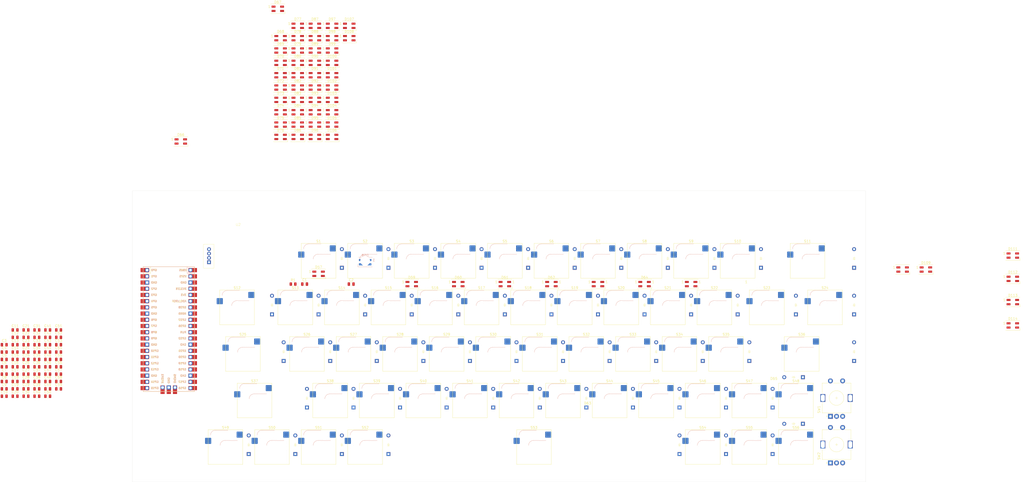
<source format=kicad_pcb>
(kicad_pcb (version 20240108) (generator "pcbnew") (generator_version "8.0")
  (layers (0 "F.Cu" signal) (31 "B.Cu" signal) (34 "B.Paste" user) (35 "F.Paste" user) (36 "B.SilkS" user "B.Silkscreen") (37 "F.SilkS" user "F.Silkscreen") (38 "B.Mask" user) (39 "F.Mask" user) (44 "Edge.Cuts" user))
  (net 0 "")
  (net 1 "Row 0")
  (net 2 "Net-(D1-A)")
  (net 3 "Net-(D2-A)")
  (net 4 "Net-(D3-A)")
  (net 5 "Net-(D4-A)")
  (net 6 "Net-(D5-A)")
  (net 7 "Net-(D6-A)")
  (net 8 "Net-(D7-A)")
  (net 9 "Net-(D8-A)")
  (net 10 "Net-(D9-A)")
  (net 11 "Net-(D10-A)")
  (net 12 "Net-(D11-A)")
  (net 13 "Row 1")
  (net 14 "Net-(D12-A)")
  (net 15 "Net-(D13-A)")
  (net 16 "Net-(D14-A)")
  (net 17 "Net-(D15-A)")
  (net 18 "Net-(D16-A)")
  (net 19 "Net-(D17-A)")
  (net 20 "Net-(D18-A)")
  (net 21 "Net-(D19-A)")
  (net 22 "Net-(D20-A)")
  (net 23 "Net-(D21-A)")
  (net 24 "Net-(D22-A)")
  (net 25 "Net-(D23-A)")
  (net 26 "Net-(D24-A)")
  (net 27 "Net-(D25-A)")
  (net 28 "Row 2")
  (net 29 "Net-(D26-A)")
  (net 30 "Net-(D27-A)")
  (net 31 "Net-(D28-A)")
  (net 32 "Net-(D29-A)")
  (net 33 "Net-(D30-A)")
  (net 34 "Net-(D31-A)")
  (net 35 "Net-(D32-A)")
  (net 36 "Net-(D33-A)")
  (net 37 "Net-(D34-A)")
  (net 38 "Net-(D35-A)")
  (net 39 "Net-(D36-A)")
  (net 40 "Row 3")
  (net 41 "Net-(D37-A)")
  (net 42 "Net-(D38-A)")
  (net 43 "Net-(D39-A)")
  (net 44 "Net-(D40-A)")
  (net 45 "Net-(D41-A)")
  (net 46 "Net-(D42-A)")
  (net 47 "Net-(D43-A)")
  (net 48 "Net-(D44-A)")
  (net 49 "Net-(D45-A)")
  (net 50 "Net-(D46-A)")
  (net 51 "Net-(D47-A)")
  (net 52 "Net-(D48-A)")
  (net 53 "Row 4")
  (net 54 "Net-(D49-A)")
  (net 55 "Net-(D50-A)")
  (net 56 "Net-(D51-A)")
  (net 57 "Net-(D52-A)")
  (net 58 "Net-(D53-A)")
  (net 59 "Net-(D54-A)")
  (net 60 "Net-(D55-A)")
  (net 61 "Net-(D56-A)")
  (net 62 "GND")
  (net 63 "+5V")
  (net 64 "Net-(D57-DIN)")
  (net 65 "Net-(D57-DOUT)")
  (net 66 "Net-(D58-DOUT)")
  (net 67 "Net-(D59-DOUT)")
  (net 68 "Net-(D60-DOUT)")
  (net 69 "Net-(D61-DOUT)")
  (net 70 "Net-(D62-DOUT)")
  (net 71 "Net-(D63-DOUT)")
  (net 72 "Net-(D64-DOUT)")
  (net 73 "Net-(D65-DOUT)")
  (net 74 "Net-(D66-DOUT)")
  (net 75 "Net-(D67-DOUT)")
  (net 76 "Net-(D68-DOUT)")
  (net 77 "Net-(D69-DOUT)")
  (net 78 "Net-(D70-DOUT)")
  (net 79 "2nd")
  (net 80 "Net-(D72-DOUT)")
  (net 81 "Net-(D73-DOUT)")
  (net 82 "Net-(D74-DOUT)")
  (net 83 "Net-(D75-DOUT)")
  (net 84 "Net-(D76-DOUT)")
  (net 85 "Net-(D77-DOUT)")
  (net 86 "Net-(D78-DOUT)")
  (net 87 "Net-(D79-DOUT)")
  (net 88 "Net-(D80-DOUT)")
  (net 89 "Net-(D81-DOUT)")
  (net 90 "Net-(D82-DOUT)")
  (net 91 "Net-(D83-DOUT)")
  (net 92 "Net-(D84-DOUT)")
  (net 93 "Net-(D85-DOUT)")
  (net 94 "3rd")
  (net 95 "Net-(D87-DOUT)")
  (net 96 "Net-(D88-DOUT)")
  (net 97 "Net-(D89-DOUT)")
  (net 98 "Net-(D90-DOUT)")
  (net 99 "Net-(D91-DOUT)")
  (net 100 "Net-(D92-DOUT)")
  (net 101 "Net-(D93-DOUT)")
  (net 102 "Net-(D94-DOUT)")
  (net 103 "Net-(D95-DOUT)")
  (net 104 "Net-(D96-DOUT)")
  (net 105 "Net-(D97-DOUT)")
  (net 106 "Net-(D98-DOUT)")
  (net 107 "Net-(D100-DIN)")
  (net 108 "Net-(D100-DOUT)")
  (net 109 "4th")
  (net 110 "Net-(D102-DOUT)")
  (net 111 "Net-(D103-DOUT)")
  (net 112 "Net-(D104-DOUT)")
  (net 113 "Net-(D105-DOUT)")
  (net 114 "Net-(D106-DOUT)")
  (net 115 "Net-(D107-DOUT)")
  (net 116 "Net-(D108-DOUT)")
  (net 117 "Net-(D109-DOUT)")
  (net 118 "Net-(D110-DOUT)")
  (net 119 "Net-(D111-DOUT)")
  (net 121 "Col 1")
  (net 122 "1B")
  (net 123 "1A")
  (net 124 "Col 12")
  (net 125 "2B")
  (net 126 "2A")
  (net 127 "Col 8")
  (net 129 "Col 0")
  (net 130 "CLK")
  (net 135 "Col 11")
  (net 136 "Col 7")
  (net 137 "1st")
  (net 138 "DIO")
  (net 140 "Col 3")
  (net 142 "Col 6")
  (net 144 "Col 10")
  (net 145 "Col 2")
  (net 147 "Col 9")
  (net 148 "Col 4")
  (net 149 "+3V3")
  (net 150 "Col 5")
  (net 152 "Net-(D112-DOUT)")
  (net 153 "Net-(D113-DOUT)")
  (footprint "LED_SMD:LED_SK6812MINI_PLCC4_3.5x3.5mm_P1.75mm" (layer "F.Cu") (at 424.6525 122.005)
    (property "Reference" "D112")
    (property "Value" "SK6812MINI")
  )
  (footprint "ScottoKeebs_Components:Diode_DO-35" (layer "F.Cu") (at 188.2775 117.475 90)
    (property "Reference" "D3" (hide yes))
    (property "Value" "Diode" (hide yes))
  )
  (footprint "Capacitor_SMD:C_0805_2012Metric" (layer "F.Cu") (at 16.5025 160.985)
    (property "Reference" "C17")
    (property "Value" "C")
  )
  (footprint "Capacitor_SMD:C_0805_2012Metric" (layer "F.Cu") (at 34.3025 142.925)
    (property "Reference" "C51")
    (property "Value" "C")
  )
  (footprint "ScottoKeebs_Components:Diode_DO-35" (layer "F.Cu") (at 326.39 174.625 90)
    (property "Reference" "D47" (hide yes))
    (property "Value" "Diode" (hide yes))
  )
  (footprint "ScottoKeebs_Hotswap:Hotswap_MX_2.00u" (layer "F.Cu") (at 340.6775 114.6175)
    (property "Reference" "S11")
    (property "Value" "Keyswitch")
  )
  (footprint "LED_SMD:LED_SK6812MINI_PLCC4_3.5x3.5mm_P1.75mm" (layer "F.Cu") (at 146.17 18.4925)
    (property "Reference" "D97")
    (property "Value" "SK6812MINI")
  )
  (footprint "Capacitor_SMD:C_0805_2012Metric" (layer "F.Cu") (at 12.0525 151.955)
    (property "Reference" "C4")
    (property "Value" "C")
  )
  (footprint "LED_SMD:LED_SK6812MINI_PLCC4_3.5x3.5mm_P1.75mm" (layer "F.Cu") (at 293.0525 124.1425)
    (property "Reference" "D65")
    (property "Value" "SK6812MINI")
  )
  (footprint "LED_SMD:LED_SK6812MINI_PLCC4_3.5x3.5mm_P1.75mm" (layer "F.Cu") (at 146.17 63.9425)
    (property "Reference" "D106")
    (property "Value" "SK6812MINI")
  )
  (footprint "Capacitor_SMD:C_0805_2012Metric" (layer "F.Cu") (at 25.4025 145.935)
    (property "Reference" "C32")
    (property "Value" "C")
  )
  (footprint "LED_SMD:LED_SK6812MINI_PLCC4_3.5x3.5mm_P1.75mm" (layer "F.Cu") (at 424.6525 141.055)
    (property "Reference" "D114")
    (property "Value" "SK6812MINI")
  )
  (footprint "ScottoKeebs_Components:Diode_DO-35" (layer "F.Cu") (at 140.6525 136.525 90)
    (property "Reference" "D13" (hide yes))
    (property "Value" "Diode" (hide yes))
  )
  (footprint "Capacitor_SMD:C_0805_2012Metric" (layer "F.Cu") (at 20.9525 154.965)
    (property "Reference" "C25")
    (property "Value" "C")
  )
  (footprint "Capacitor_SMD:C_0805_2012Metric" (layer "F.Cu") (at 29.8525 170.015)
    (property "Reference" "C50")
    (property "Value" "C")
  )
  (footprint "Capacitor_SMD:C_0805_2012Metric" (layer "F.Cu") (at 25.4025 157.975)
    (property "Reference" "C36")
    (property "Value" "C")
  )
  (footprint "ScottoKeebs_Components:Diode_DO-35" (layer "F.Cu") (at 159.7025 136.525 90)
    (property "Reference" "D14" (hide yes))
    (property "Value" "Diode" (hide yes))
  )
  (footprint "ScottoKeebs_Components:Diode_DO-35" (layer "F.Cu") (at 312.1025 136.525 90)
    (property "Reference" "D22" (hide yes))
    (property "Value" "Diode" (hide yes))
  )
  (footprint "ScottoKeebs_Components:Diode_DO-35" (layer "F.Cu") (at 269.24 174.625 90)
    (property "Reference" "D44" (hide yes))
    (property "Value" "Diode" (hide yes))
  )
  (footprint "ScottoKeebs_Hotswap:Hotswap_MX_1.00u" (layer "F.Cu") (at 240.665 171.7675)
    (property "Reference" "S43")
    (property "Value" "Keyswitch")
  )
  (footprint "Capacitor_SMD:C_0805_2012Metric" (layer "F.Cu") (at 34.3025 157.975)
    (property "Reference" "C56")
    (property "Value" "C")
  )
  (footprint "ScottoKeebs_Components:Diode_DO-35" (layer "F.Cu") (at 126.365 155.575 90)
    (property "Reference" "D25" (hide yes))
    (property "Value" "Diode" (hide yes))
  )
  (footprint "ScottoKeebs_Components:Diode_DO-35" (layer "F.Cu") (at 173.99 174.625 90)
    (property "Reference" "D39" (hide yes))
    (property "Value" "Diode" (hide yes))
  )
  (footprint "LED_SMD:LED_SK6812MINI_PLCC4_3.5x3.5mm_P1.75mm" (layer "F.Cu") (at 153.19 23.5425)
    (property "Reference" "D108")
    (property "Value" "SK6812MINI")
  )
  (footprint "TM137:TM1637 Display Module" (layer "F.Cu") (at 107.7735 111.6965)
    (property "Reference" "U2")
    (property "Value" "TM1637_Module")
  )
  (footprint "ScottoKeebs_Components:Diode_DO-35" (layer "F.Cu") (at 307.34 174.625 90)
    (property "Reference" "D46" (hide yes))
    (property "Value" "Diode" (hide yes))
  )
  (footprint "Capacitor_SMD:C_0805_2012Metric" (layer "F.Cu") (at 25.4025 163.995)
    (property "Reference" "C38")
    (property "Value" "C")
  )
  (footprint "Capacitor_SMD:C_0805_2012Metric" (layer "F.Cu") (at 25.4025 154.965)
    (property "Reference" "C35")
    (property "Value" "C")
  )
  (footprint "ScottoKeebs_Hotswap:Hotswap_MX_1.25u" (layer "F.Cu") (at 324.00875 133.6675)
    (property "Reference" "S23")
    (property "Value" "Keyswitch")
  )
  (footprint "LED_SMD:LED_SK6812MINI_PLCC4_3.5x3.5mm_P1.75mm" (layer "F.Cu") (at 132.13 28.5925)
    (property "Reference" "D79")
    (property "Value" "SK6812MINI")
  )
  (footprint "LED_SMD:LED_SK6812MINI_PLCC4_3.5x3.5mm_P1.75mm" (layer "F.Cu") (at 132.13 23.5425)
    (property "Reference" "D78")
    (property "Value" "SK6812MINI")
  )
  (footprint "Capacitor_SMD:C_0805_2012Metric" (layer "F.Cu") (at 34.3025 148.945)
    (property "Reference" "C53")
    (property "Value" "C")
  )
  (footprint "Capacitor_SMD:C_0805_2012Metric" (layer "F.Cu") (at 16.5025 142.925)
    (property "Reference" "C11")
    (property "Value" "C")
  )
  (footprint "Capacitor_SMD:C_0805_2012Metric" (layer "F.Cu") (at 134.94 124.1425)
    (property "Reference" "C1")
    (property "Value" "C")
  )
  (footprint "ScottoKeebs_Hotswap:Hotswap_MX_1.00u" (layer "F.Cu") (at 197.8025 114.6175)
    (property "Reference" "S4")
    (property "Value" "Keyswitch")
  )
  (footprint "Rotary_Encoder:RotaryEncoder_Alps_EC11E-Switch_Vertical_H20mm" (layer "F.Cu") (at 350.04 178.2425 90)
    (property "Reference" "SW1")
    (property "Value" "RotaryEncoder_Switch")
  )
  (footprint "ScottoKeebs_Hotswap:Hotswap_MX_1.75u" (layer "F.Cu") (at 109.69625 152.7175)
    (property "Reference" "S25")
    (property "Value" "Keyswitch")
  )
  (footprint "ScottoKeebs_Hotswap:Hotswap_MX_1.00u" (layer "F.Cu") (at 193.04 152.7175)
    (property "Reference" "S29")
    (property "Value" "Keyswitch")
  )
  (footprint "LED_SMD:LED_SK6812MINI_PLCC4_3.5x3.5mm_P1.75mm" (layer "F.Cu") (at 132.13 43.7425)
    (property "Reference" "D82")
    (property "Value" "SK6812MINI")
  )
  (footprint "Capacitor_SMD:C_0805_2012Metric" (layer "F.Cu") (at 16.5025 157.975)
    (property "Reference" "C16")
    (property "Value" "C")
  )
  (footprint "LED_SMD:LED_SK6812MINI_PLCC4_3.5x3.5mm_P1.75mm" (layer "F.Cu") (at 146.17 38.6925)
    (property "Reference" "D101")
    (property "Value" "SK6812MINI")
  )
  (footprint "ScottoKeebs_Hotswap:Hotswap_MX_1.00u" (layer "F.Cu") (at 245.4275 133.6675)
    (property "Reference" "S19")
    (property "Value" "Keyswitch")
  )
  (footprint "LED_SMD:LED_SK6812MINI_PLCC4_3.5x3.5mm_P1.75mm" (layer "F.Cu") (at 125.11 53.8425)
    (property "Reference" "D74")
    (property "Value" "SK6812MINI")
  )
  (footprint "ScottoKeebs_Hotswap:Hotswap_MX_1.00u" (layer "F.Cu") (at 302.5775 133.6675)
    (property "Reference" "S22")
    (property "Value" "Keyswitch")
  )
  (footprint "Resistor_SMD:R_0805_2012Metric" (layer "F.Cu") (at 130.215 124.1425)
    (property "Reference" "R1")
    (property "Value" "Resistor")
  )
  (footprint "ScottoKeebs_Hotswap:Hotswap_MX_1.00u" (layer "F.Cu") (at 307.34 152.7175)
    (property "Reference" "S35")
    (property "Value" "Keyswitch")
  )
  (footprint "LED_SMD:LED_SK6812MINI_PLCC4_3.5x3.5mm_P1.75mm" (layer "F.Cu") (at 146.17 58.8925)
    (property "Reference" "D105")
    (property "Value" "SK6812MINI")
  )
  (footprint "LED_SMD:LED_SK6812MINI_PLCC4_3.5x3.5mm_P1.75mm" (layer "F.Cu") (at 379.5675 118.1875)
    (property "Reference" "D110" (hide yes))
    (property "Value" "SK6812MINI")
  )
  (footprint "Capacitor_SMD:C_0805_2012Metric" (layer "F.Cu") (at 12.0525 163.995)
    (property "Reference" "C8")
    (property "Value" "C")
  )
  (footprint "ScottoKeebs_Hotswap:Hotswap_MX_1.00u" (layer "F.Cu") (at 250.19 152.7175)
    (property "Reference" "S32")
    (property "Value" "Keyswitch")
  )
  (footprint "LED_SMD:LED_SK6812MINI_PLCC4_3.5x3.5mm_P1.75mm" (layer "F.Cu") (at 216.8525 124.1425)
    (property "Reference" "D61")
    (property "Value" "SK6812MINI")
  )
  (footprint "LED_SMD:LED_SK6812MINI_PLCC4_3.5x3.5mm_P1.75mm" (layer "F.Cu") (at 140.6525 119.9375)
    (property "Reference" "D57")
    (property "Value" "SK6812MINI")
  )
  (footprint "ScottoKeebs_Components:Diode_DO-35" (layer "F.Cu") (at 145.415 155.575 90)
    (property "Reference" "D26" (hide yes))
    (property "Value" "Diode" (hide yes))
  )
  (footprint "ScottoKeebs_Components:Diode_DO-35" (layer "F.Cu") (at 150.1775 117.475 90)
    (property "Reference" "D1" (hide yes))
    (property "Value" "Diode" (hide yes))
  )
  (footprint "ScottoKeebs_Hotswap:Hotswap_MX_1.00u" (layer "F.Cu") (at 316.865 171.7675)
    (property "Reference" "S47")
    (property "Value" "Keyswitch")
  )
  (footprint "Capacitor_SMD:C_0805_2012Metric" (layer "F.Cu") (at 153.99 124.1425)
    (property "Reference" "C2")
    (property "Value" "C")
  )
  (footprint "ScottoKeebs_Components:Diode_DO-35" (layer "F.Cu") (at 154.94 174.625 90)
    (property "Reference" "D38" (hide yes))
    (property "Value" "Diode" (hide yes))
  )
  (footprint "LED_SMD:LED_SK6812MINI_PLCC4_3.5x3.5mm_P1.75mm" (layer "F.Cu") (at 125.11 28.5925)
    (property "Reference" "D69")
    (property "Value" "SK6812MINI")
  )
  (footprint "LED_SMD:LED_SK6812MINI_PLCC4_3.5x3.5mm_P1.75mm" (layer "F.Cu") (at 125.11 43.7425)
    (property "Reference" "D72")
    (property "Value" "SK6812MINI")
  )
  (footprint "ScottoKeebs_Components:Diode_DO-35" (layer "F.Cu") (at 202.565 155.575 90)
    (property "Reference" "D29" (hide yes))
    (property "Value" "Diode" (hide yes))
  )
  (footprint "LED_SMD:LED_SK6812MINI_PLCC4_3.5x3.5mm_P1.75mm" (layer "F.Cu") (at 125.11 58.8925)
    (property "Reference" "D75")
    (property "Value" "SK6812MINI")
  )
  (footprint "ScottoKeebs_Components:Diode_DO-35" (layer "F.Cu") (at 164.465 155.575 90)
    (property "Reference" "D27" (hide yes))
    (property "Value" "Diode" (hide yes))
  )
  (footprint "ScottoKeebs_Hotswap:Hotswap_MX_1.00u" (layer "F.Cu") (at 145.415 171.7675)
    (property "Reference" "S38")
    (property "Value" "Keyswitch")
  )
  (footprint "ScottoKeebs_Hotswap:Hotswap_MX_1.00u" (layer "F.Cu") (at 216.8525 114.6175)
    (property "Reference" "S5")
    (property "Value" "Keyswitch")
  )
  (footprint "ScottoKeebs_Components:Diode_DO-35" (layer "F.Cu") (at 216.8525 136.525 90)
    (property "Reference" "D17" (hide yes))
    (property "Value" "Diode" (hide yes))
  )
  (footprint "Capacitor_SMD:C_0805_2012Metric" (layer "F.Cu") (at 12.0525 148.945)
    (property "Reference" "C3")
    (property "Value" "C")
  )
  (footprint "Capacitor_SMD:C_0805_2012Metric" (layer "F.Cu") (at 29.8525 145.935)
    (property "Reference" "C42")
    (property "Value" "C")
  )
  (footprint "LED_SMD:LED_SK6812MINI_PLCC4_3.5x3.5mm_P1.75mm" (layer "F.Cu") (at 125.11 48.7925)
    (property "Reference" "D73")
    (property "Value" "SK6812MINI")
  )
  (footprint "ScottoKeebs_Components:Diode_DO-35" (layer "F.Cu") (at 245.4275 117.475 90)
    (property "Reference" "D6" (hide yes))
    (property "Value" "Diode" (hide yes))
  )
  (footprint "ScottoKeebs_Hotswap:Hotswap_MX_1.00u" (layer "F.Cu") (at 288.29 152.7175)
    (property "Reference" "S34")
    (property "Value" "Keyswitch")
  )
  (footprint "ScottoKeebs_Components:Diode_DO-35" (layer "F.Cu") (at 335.915 136.525 90)
    (property "Reference" "D23" (hide yes))
    (property "Value" "Diode" (hide yes))
  )
  (footprint "Capacitor_SMD:C_0805_2012Metric" (layer "F.Cu") (at 25.4025 160.985)
    (property "Reference" "C37")
    (property "Value" "C")
  )
  (footprint "LED_SMD:LED_SK6812MINI_PLCC4_3.5x3.5mm_P1.75mm" (layer "F.Cu") (at 178.7525 124.1425)
    (property "Reference" "D59")
    (property "Value" "SK6812MINI")
  )
  (footprint "LED_SMD:LED_SK6812MINI_PLCC4_3.5x3.5mm_P1.75mm" (layer "F.Cu") (at 153.19 18.4925)
    (property "Reference" "D107")
    (property "Value" "SK6812MINI")
  )
  (footprint "ScottoKeebs_Components:Diode_DO-35" (layer "F.Cu") (at 121.6025 136.525 90)
    (property "Reference" "D12" (hide yes))
    (property "Value" "Diode" (hide yes))
  )
  (footprint "LED_SMD:LED_SK6812MINI_PLCC4_3.5x3.5mm_P1.75mm" (layer "F.Cu") (at 139.15 28.5925)
    (property "Reference" "D89")
    (property "Value" "SK6812MINI")
  )
  (footprint "ScottoKeebs_Components:Diode_DO-35" (layer "F.Cu") (at 178.7525 136.525 90)
    (property "Reference" "D15" (hide yes))
    (property "Value" "Diode" (hide yes))
  )
  (footprint "ScottoKeebs_Hotswap:Hotswap_MX_1.00u" (layer "F.Cu") (at 312.1025 114.6175)
    (property "Reference" "S10")
    (property "Value" "Keyswitch")
  )
  (footprint "Capacitor_SMD:C_0805_2012Metric" (layer "F.Cu") (at 20.9525 167.005)
    (property "Reference" "C29")
    (property "Value" "C")
  )
  (footprint "ScottoKeebs_Hotswap:Hotswap_MX_1.00u" (layer "F.Cu") (at 274.0025 114.6175)
    (property "Reference" "S8")
    (property "Value" "Keyswitch")
  )
  (footprint "ScottoKeebs_Hotswap:Hotswap_MX_1.00u" (layer "F.Cu") (at 212.09 152.7175)
    (property "Reference" "S30")
    (property "Value" "Keyswitch")
  )
  (footprint "LED_SMD:LED_SK6812MINI_PLCC4_3.5x3.5mm_P1.75mm" (layer "F.Cu") (at 132.13 38.6925)
    (property "Reference" "D81")
    (property "Value" "SK6812MINI")
  )
  (footprint "ScottoKeebs_Hotswap:Hotswap_MX_1.00u" (layer "F.Cu") (at 293.0525 114.6175)
    (property "Reference" "S9")
    (property "Value" "Keyswitch")
  )
  (footprint "LED_SMD:LED_SK6812MINI_PLCC4_3.5x3.5mm_P1.75mm" (layer "F.Cu") (at 139.15 23.5425)
    (property "Reference" "D88")
    (property "Value" "SK6812MINI")
  )
  (footprint "ScottoKeebs_Components:Diode_DO-35" (layer "F.Cu") (at 169.2275 117.475 90)
    (property "Reference" "D2" (hide yes))
    (property "Value" "Diode" (hide yes))
  )
  (footprint "ScottoKeebs_Hotswap:Hotswap_MX_1.00u" (layer "F.Cu") (at 335.915 190.8175)
    (property "Reference" "S56")
    (property "Value" "Keyswitch")
  )
  (footprint "ScottoKeebs_Hotswap:Hotswap_MX_1.00u" (layer "F.Cu") (at 121.6025 190.8175)
    (property "Reference" "S50")
    (property "Value" "Keyswitch")
  )
  (footprint "ScottoKeebs_Components:Diode_DO-35" (layer "F.Cu") (at 259.715 155.575 90)
    (property "Reference" "D32" (hide yes))
    (property "Value" "Diode" (hide yes))
  )
  (footprint "ScottoKeebs_Hotswap:Hotswap_MX_1.00u" (layer "F.Cu") (at 140.6525 190.8175)
    (property "Reference" "S51")
    (property "Value" "Keyswitch")
  )
  (footprint "LED_SMD:LED_SK6812MINI_PLCC4_3.5x3.5mm_P1.75mm" (layer "F.Cu") (at 235.9025 124.1425)
    (property "Reference" "D62")
    (property "Value" "SK6812MINI")
  )
  (footprint "LED_SMD:LED_SK6812MINI_PLCC4_3.5x3.5mm_P1.75mm" (layer "F.Cu") (at 146.17 23.5425)
    (property "Reference" "D98")
    (property "Value" "SK6812MINI")
  )
  (footprint "LED_SMD:LED_SK6812MINI_PLCC4_3.5x3.5mm_P1.75mm" (layer "F.Cu") (at 125.11 63.9425)
    (property "Reference" "D76")
    (property "Value" "SK6812MINI")
  )
  (footprint "ScottoKeebs_Hotswap:Hotswap_MX_1.00u" (layer "F.Cu") (at 207.3275 133.6675)
    (property "Reference" "S17")
    (property "Value" "Keyswitch")
  )
  (footprint "ScottoKeebs_Components:Diode_DO-35" (layer "F.Cu") (at 297.815 155.575 90)
    (property "Reference" "D34" (hide yes))
    (property "Value" "Diode" (hide yes))
  )
  (footprint "ScottoKeebs_Hotswap:Hotswap_MX_1.00u" (layer "F.Cu") (at 164.465 171.7675)
    (property "Reference" "S39")
    (property "Value" "Keyswitch")
  )
  (footprint "ScottoKeebs_Components:Diode_DO-35" (layer "F.Cu") (at 288.29 193.675 90)
    (property "Reference" "D53" (hide yes))
    (property "Value" "Diode" (hide yes))
  )
  (footprint "ScottoKeebs_Components:Diode_DO-35" (layer "F.Cu") (at 338.7725 181.2925 180)
    (property "Reference" "D56" (hide yes))
    (property "Value" "Diode" (hide yes))
  )
  (footprint "LED_SMD:LED_SK6812MINI_PLCC4_3.5x3.5mm_P1.75mm" (layer "F.Cu") (at 139.15 33.6425)
    (property "Reference" "D90")
    (property "Value" "SK6812MINI")
  )
  (footprint "Capacitor_SMD:C_0805_2012Metric" (layer "F.Cu") (at 20.9525 145.935)
    (property "Reference" "C22")
    (property "Value" "C")
  )
  (footprint "Capacitor_SMD:C_0805_2012Metric" (layer "F.Cu") (at 25.4025 151.955)
    (property "Reference" "C34")
    (property "Value" "C")
  )
  (footprint "ScottoKeebs_Hotswap:Hotswap_MX_1.00u" (layer "F.Cu") (at 154.94 152.7175)
    (property "Reference" "S27")
    (property "Value" "Keyswitch")
  )
  (footprint "ScottoKeebs_Components:Diode_DO-35" (layer "F.Cu") (at 274.0025 136.525 90)
    (property "Reference" "D20" (hide yes))
    (property "Value" "Diode" (hide yes))
  )
  (footprint "Capacitor_SMD:C_0805_2012Metric" (layer "F.Cu") (at 29.8525 160.985)
    (property "Reference" "C47")
    (property "Value" "C")
  )
  (footprint "ScottoKeebs_Components:Diode_DO-35" (layer "F.Cu") (at 264.4775 117.475 90)
    (property "Reference" "D7" (hide yes))
    (property "Value" "Diode" (hide yes))
  )
  (footprint "ScottoKeebs_Hotswap:Hotswap_MX_6.25u" (layer "F.Cu") (at 228.75875 190.8175)
    (property "Reference" "S53")
    (property "Value" "Keyswitch")
  )
  (footprint "Capacitor_SMD:C_0805_2012Metric" (layer "F.Cu") (at 34.3025 160.985)
    (property "Reference" "C57")
    (property "Value" "C")
  )
  (footprint "ScottoKeebs_Components:Diode_DO-35" (layer "F.Cu") (at 150.1775 193.675 90)
    (property "Reference" "D51" (hide yes))
    (property "Value" "Diode" (hide yes))
  )
  (footprint "LED_SMD:LED_SK6812MINI_PLCC4_3.5x3.5mm_P1.75mm" (layer "F.Cu") (at 139.15 53.8425)
    (property "Reference" "D94")
    (property "Value" "SK6812MINI")
  )
  (footprint "LED_SMD:LED_SK6812MINI_PLCC4_3.5x3.5mm_P1.75mm" (layer "F.Cu") (at 424.6525 131.505)
    (property "Reference" "D113")
    (property "Value" "SK6812MINI")
  )
  (footprint "LED_SMD:LED_SK6812MINI_PLCC4_3.5x3.5mm_P1.75mm" (layer "F.Cu") (at 125.11 38.6925)
    (property "Reference" "D71")
    (property "Value" "SK6812MINI")
  )
  (footprint "ScottoKeebs_Components:Diode_DO-35" (layer "F.Cu") (at 169.2275 193.675 90)
    (property "Reference" "D52" (hide yes))
    (property "Value" "Diode" (hide yes))
  )
  (footprint "LED_SMD:LED_SK6812MINI_PLCC4_3.5x3.5mm_P1.75mm" (layer "F.Cu") (at 132.13 63.9425)
    (property "Reference" "D86")
    (property "Value" "SK6812MINI")
  )
  (footprint "ScottoKeebs_Components:Diode_DO-35" (layer "F.Cu") (at 131.1275 193.675 90)
    (property "Reference" "D50" (hide yes))
    (property "Value" "Diode" (hide yes))
  )
  (footprint "ScottoKeebs_Hotswap:Hotswap_MX_1.00u" (layer "F.Cu") (at 169.2275 133.6675)
    (property "Reference" "S15")
    (property "Value" "Keyswitch")
  )
  (footprint "Rotary_Encoder:RotaryEncoder_Alps_EC11E-Switch_Vertical_H20mm" (layer "F.Cu") (at 350.04 197.2925 90)
    (property "Reference" "SW2")
    (property "Value" "RotaryEncoder_Switch")
  )
  (footprint "Capacitor_SMD:C_0805_2012Metric" (layer "F.Cu") (at 34.3025 154.965)
    (property "Reference" "C55")
    (property "Value" "C")
  )
  (footprint "Capacitor_SMD:C_0805_2012Metric" (layer "F.Cu") (at 20.9525 148.945)
    (property "Reference" "C23")
    (property "Value" "C")
  )
  (footprint "ScottoKeebs_Components:Diode_DO-35" (layer "F.Cu") (at 221.615 155.575 90)
    (property "Reference" "D30" (hide yes))
    (property "Value" "Diode" (hide yes))
  )
  (footprint "ScottoKeebs_Components:Diode_DO-35" (layer "F.Cu") (at 307.34 193.675 90)
    (property "Reference" "D54" (hide yes))
    (property "Value" "Diode" (hide yes))
  )
  (footprint "ScottoKeebs_Hotswap:Hotswap_MX_1.00u" (layer "F.Cu") (at 221.615 171.7675)
    (property "Reference" "S42")
    (property "Value" "Keyswitch")
  )
  (footprint "Capacitor_SMD:C_0805_2012Metric" (layer "F.Cu") (at 16.5025 154.965)
    (property "Reference" "C15")
    (property "Value" "C")
  )
  (footprint "ScottoKeebs_Hotswap:Hotswap_MX_1.00u" (layer "F.Cu") (at 297.815 171.7675)
    (property "Reference" "S46")
    (property "Value" "Keyswitch")
  )
  (footprint "LED_SMD:LED_SK6812MINI_PLCC4_3.5x3.5mm_P1.75mm" (layer "F.Cu") (at 254.9525 124.1425)
    (property "Reference" "D63")
    (property "Value" "SK6812MINI")
  )
  (footprint "Capacitor_SMD:C_0805_2012Metric" (layer "F.Cu") (at 34.3025 163.995)
    (property "Reference" "C58")
    (property "Value" "C")
  )
  (footprint "LED_SMD:LED_SK6812MINI_PLCC4_3.5x3.5mm_P1.75mm" (layer "F.Cu") (at 132.13 18.4925)
    (property "Reference" "D77")
    (property "Value" "SK6812MINI")
  )
  (footprint "ScottoKeebs_Hotswap:Hotswap_MX_1.00u" (layer "F.Cu") (at 140.6525 114.6175)
    (property "Reference" "S1")
    (property "Value" "Keyswitch")
  )
  (footprint "LED_SMD:LED_SK6812MINI_PLCC4_3.5x3.5mm_P1.75mm" (layer "F.Cu") (at 146.17 43.7425)
    (property "Reference" "D102")
    (property "Value" "SK6812MINI")
  )
  (footprint "LED_SMD:LED_SK6812MINI_PLCC4_3.5x3.5mm_P1.75mm" (layer "F.Cu") (at 139.15 63.9425)
    (property "Reference" "D96")
    (property "Value" "SK6812MINI")
  )
  (footprint "Capacitor_SMD:C_0805_2012Metric" (layer "F.Cu") (at 29.8525 142.925)
    (property "Reference" "C41")
    (property "Value" "C")
  )
  (footprint "LED_SMD:LED_SK6812MINI_PLCC4_3.5x3.5mm_P1.75mm" (layer "F.Cu") (at 424.6525 112.48)
    (property "Reference" "D111")
    (property "Value" "SK6812MINI")
  )
  (footprint "ScottoKeebs_Components:Diode_DO-35" (layer "F.Cu") (at 321.6275 117.475 90)
    (property "Reference" "D10" (hide yes))
    (property "Value" "Diode" (hide yes))
  )
  (footprint "LED_SMD:LED_SK6812MINI_PLCC4_3.5x3.5mm_P1.75mm" (layer "F.Cu") (at 139.15 43.7425)
    (property "Reference" "D92")
    (property "Value" "SK6812MINI")
  )
  (footprint "Capacitor_SMD:C_0805_2012Metric" (layer "F.Cu") (at 34.3025 151.955)
    (property "Reference" "C54")
    (property "Value" "C")
  )
  (footprint "Capacitor_SMD:C_0805_2012Metric" (layer "F.Cu") (at 12.0525 170.015)
    (property "Reference" "C10")
    (property "Value" "C")
  )
  (footprint "Capacitor_SMD:C_0805_2012Metric" (layer "F.Cu") (at 12.0525 167.005)
    (property "Reference" "C9")
    (property "Value" "C")
  )
  (footprint "ScottoKeebs_Hotswap:Hotswap_MX_1.00u" (layer "F.Cu") (at 173.99 152.7175)
    (property "Reference" "S28")
    (property "Value" "Keyswitch")
  )
  (footprint "ScottoKeebs_Hotswap:Hotswap_MX_1.00u" (layer "F.Cu") (at 259.715 171.7675)
    (property "Reference" "S44")
    (property "Value" "Keyswitch")
  )
  (footprint "Capacitor_SMD:C_0805_2012Metric" (layer "F.Cu") (at 25.4025 148.945)
    (property "Reference" "C33")
    (property "Value" "C")
  )
  (footprint "Capacitor_SMD:C_0805_2012Metric" (layer "F.Cu") (at 16.5025 170.015)
    (property "Reference" "C20")
    (property "Value" "C")
  )
  (footprint "ScottoKeebs_Hotswap:Hotswap_MX_1.25u" (layer "F.Cu") (at 347.82125 133.6675)
    (property "Reference" "S24")
    (property "Value" "Keyswitch")
  )
  (footprint "ScottoKeebs_Components:Diode_DO-35" (layer "F.Cu") (at 302.5775 117.475 90)
    (property "Reference" "D9" (hide yes))
    (property "Value" "Diode" (hide yes))
  )
  (footprint "ScottoKeebs_Components:Diode_DO-35" (layer "F.Cu") (at 183.515 155.575 90)
    (property "Reference" "D28" (hide yes))
    (property "Value" "Diode" (hide yes))
  )
  (footprint "Capacitor_SMD:C_0805_2012Metric" (layer "F.Cu") (at 34.3025 145.935)
    (property "Reference" "C52")
    (property "Value" "C")
  )
  (footprint "ScottoKeebs_Components:Diode_DO-35" (layer "F.Cu") (at 359.7275 136.525 90)
    (property "Reference" "D24" (hide yes))
    (property "Value" "Diode" (hide yes))
  )
  (footprint "Capacitor_SMD:C_0805_2012Metric" (layer "F.Cu") (at 29.8525 167.005)
    (property "Reference" "C49")
    (property "Value" "C")
  )
  (footprint "Capacitor_SMD:C_0805_2012Metric" (layer "F.Cu") (at 20.9525 170.015)
    (property "Reference" "C30")
    (property "Value" "C")
  )
  (footprint "LED_SMD:LED_SK6812MINI_PLCC4_3.5x3.5mm_P1.75mm" (layer "F.Cu") (at 146.17 48.7925)
    (property "Reference" "D103")
    (property "Value" "SK6812MINI")
  )
  (footprint "ScottoKeebs_Hotswap:Hotswap_MX_1.00u" (layer "F.Cu") (at 188.2775 133.6675)
    (property "Reference" "S16")
    (property "Value" "Keyswitch")
  )
  (footprint "LED_SMD:LED_SK6812MINI_PLCC4_3.5x3.5mm_P1.75mm" (layer "F.Cu") (at 139.15 58.8925)
    (property "Reference" "D95")
    (property "Value" "SK6812MINI")
  )
  (footprint "Capacitor_SMD:C_0805_2012Metric" (layer "F.Cu") (at 20.9525 142.925)
    (property "Reference" "C21")
    (property "Value" "C")
  )
  (footprint "LED_SMD:LED_SK6812MINI_PLCC4_3.5x3.5mm_P1.75mm" (layer "F.Cu") (at 146.17 53.8425)
    (property "Reference" "D104")
    (property "Value" "SK6812MINI")
  )
  (footprint "LED_SMD:LED_SK6812MINI_PLCC4_3.5x3.5mm_P1.75mm" (layer "F.Cu") (at 125.11 33.6425)
    (property "Reference" "D70")
    (property "Value" "SK6812MINI")
  )
  (footprint "Capacitor_SMD:C_0805_2012Metric" (layer "F.Cu") (at 12.0525 154.965)
    (property "Reference" "C5")
    (property "Value" "C")
  )
  (footprint "ScottoKeebs_Components:Diode_DO-35" (layer "F.Cu") (at 359.7275 155.575 90)
    (property "Reference" "D36" (hide yes))
    (property "Value" "Diode" (hide yes))
  )
  (footprint "ScottoKeebs_Hotswap:Hotswap_MX_1.00u" (layer "F.Cu") (at 102.5525 190.8175)
    (property "Reference" "S49")
    (property "Value" "Keyswitch")
  )
  (footprint "ScottoKeebs_Hotswap:Hotswap_MX_1.00u" (layer "F.Cu") (at 231.14 152.7175)
    (property "Reference" "S31")
    (property "Value" "Keyswitch")
  )
  (footprint "ScottoKeebs_Hotswap:Hotswap_MX_1.00u" (layer "F.Cu") (at 254.9525 114.6175)
    (property "Reference" "S7")
    (property "Value" "Keyswitch")
  )
  (footprint "ScottoKeebs_Components:Diode_DO-35" (layer "F.Cu") (at 316.865 155.575 90)
    (property "Reference" "D35" (hide yes))
    (property "Value" "Diode" (hide yes))
  )
  (footprint "Capacitor_SMD:C_0805_2012Metric" (layer "F.Cu") (at 16.5025 145.935)
    (property "Reference" "C12")
    (property "Value" "C")
  )
  (footprint "ScottoKeebs_Hotswap:Hotswap_MX_1.00u" (layer "F.Cu") (at 316.865 190.8175)
    (property "Reference" "S55")
    (property "Value" "Keyswitch")
  )
  (footprint "LED_SMD:LED_SK6812MINI_PLCC4_3.5x3.5mm_P1.75mm" (layer "F.Cu") (at 123.9746 11.5275)
    (property "Reference" "D67")
    (property "Value" "SK6812MINI")
  )
  (footprint "ScottoKeebs_Components:Diode_DO-35" (layer "F.Cu") (at 288.29 174.625 90)
    (property "Reference" "D45" (hide yes))
    (property "Value" "Diode" (hide yes))
  )
  (footprint "Capacitor_SMD:C_0805_2012Metric" (layer "F.Cu") (at 29.8525 157.975)
    (property "Reference" "C46")
    (property "Value" "C")
  )
  (footprint "LED_SMD:LED_SK6812MINI_PLCC4_3.5x3.5mm_P1.75mm" (layer "F.Cu") (at 139.15 38.6925)
    (property "Reference" "D91")
    (property "Value" "SK6812MINI")
  )
  (footprint "ScottoKeebs_Hotswap:Hotswap_MX_1.00u" (layer "F.Cu") (at 159.7025 190.8175)
    (property "Reference" "S52")
    (property "Value" "Keyswitch")
  )
  (footprint "Capacitor_SMD:C_0805_2012Metric" (layer "F.Cu") (at 20.9525 160.985)
    (property "Reference" "C27")
    (property "Value" "C")
  )
  (footprint "Capacitor_SMD:C_0805_2012Metric" (layer "F.Cu") (at 12.0525 157.975)
    (property "Reference" "C6")
    (property "Value" "C")
  )
  (footprint "LED_SMD:LED_SK6812MINI_PLCC4_3.5x3.5mm_P1.75mm" (layer "F.Cu") (at 389.0925 118.1875)
    (property "Reference" "D109")
    (property "Value" "SK6812MINI")
  )
  (footprint "ScottoKeebs_Hotswap:Hotswap_MX_1.00u" (layer "F.Cu") (at 202.565 171.7675)
    (property "Reference" "S41")
    (property "Value" "Keyswitch")
  )
  (footprint "ScottoKeebs_Components:Diode_DO-35" (layer "F.Cu") (at 226.3775 117.475 90)
    (property "Reference" "D5" (hide yes))
    (property "Value" "Diode" (hide yes))
  )
  (footprint "ScottoKeebs_Components:Diode_DO-35" (layer "F.Cu") (at 359.7275 117.475 90)
    (property "Reference" "D11" (hide yes))
    (property "Value" "Diode" (hide yes))
  )
  (footprint "Capacitor_SMD:C_0805_2012Metric" (layer "F.Cu") (at 12.0525 160.985)
    (property "Reference" "C7")
    (property "Value" "C")
  )
  (footprint "ScottoKeebs_Components:Diode_DO-35" (layer "F.Cu") (at 193.04 174.625 90)
    (property "Reference" "D40" (hide yes))
    (property "Value" "Diode" (hide yes))
  )
  (footprint "ScottoKeebs_Hotswap:Hotswap_MX_1.00u" (layer "F.Cu") (at 269.24 152.7175)
    (property "Reference" "S33")
    (property "Value" "Keyswitch")
  )
  (footprint "ScottoKeebs_Components:Diode_DO-35" (layer "F.Cu") (at 240.665 155.575 90)
    (property "Reference" "D31" (hide yes))
    (property "Value" "Diode" (hide yes))
  )
  (footprint "LED_SMD:LED_SK6812MINI_PLCC4_3.5x3.5mm_P1.75mm" (layer "F.Cu") (at 146.17 28.5925)
    (property "Reference" "D99")
    (property "Value" "SK6812MINI")
  )
  (footprint "Capacitor_SMD:C_0805_2012Metric" (layer "F.Cu") (at 20.9525 163.995)
    (property "Reference" "C28")
    (property "Value" "C")
  )
  (footprint "Capacitor_SMD:C_0805_2012Metric" (layer "F.Cu") (at 29.8525 148.945)
    (property "Reference" "C43")
    (property "Value" "C")
  )
  (footprint "LED_SMD:LED_SK6812MINI_PLCC4_3.5x3.5mm_P1.75mm" (layer "F.Cu") (at 132.13 48.7925)
    (property "Reference" "D83")
    (property "Value" "SK6812MINI")
  )
  (footprint "Capacitor_SMD:C_0805_2012Metric" (layer "F.Cu") (at 34.3025 167.005)
    (property "Reference" "C59")
    (property "Value" "C")
  )
  (footprint "ScottoKeebs_Hotswap:Hotswap_MX_1.00u" (layer "F.Cu") (at 283.5275 133.6675)
    (property "Reference" "S21")
    (property "Value" "Keyswitch")
  )
  (footprint "Capacitor_SMD:C_0805_2012Metric" (layer "F.Cu") (at 29.8525 151.955)
    (property "Reference" "C44")
    (property "Value" "C")
  )
  (footprint "ScottoKeebs_Hotswap:Hotswap_MX_1.00u" (layer "F.Cu") (at 131.1275 133.6675)
    (property "Reference" "S13")
    (property "Value" "Keyswitch")
  )
  (footprint "ScottoKeebs_Hotswap:Hotswap_MX_1.00u" (layer "F.Cu") (at 178.7525 114.6175)
    (property "Reference" "S3")
    (property "Value" "Keyswitch")
  )
  (footprint "Capacitor_SMD:C_0805_2012Metric" (layer "F.Cu") (at 16.5025 151.955)
    (property "Reference" "C14")
    (property "Value" "C")
  )
  (footprint "Capacitor_SMD:C_0805_2012Metric" (layer "F.Cu") (at 20.9525 157.975)
    (property "Reference" "C26")
    (property "Value" "C")
  )
  (footprint "ScottoKeebs_Components:Diode_DO-35" (layer "F.Cu") (at 212.09 174.625 90)
    (property "Reference" "D41" (hide yes))
    (property "Value" "Diode" (hide yes))
  )
  (footprint "Capacitor_SMD:C_0805_2012Metric" (layer "F.Cu") (at 25.4025 142.925)
    (property "Reference" "C31")
    (property "Value" "C")
  )
  (footprint "ScottoKeebs_Components:Diode_DO-35" (layer "F.Cu") (at 207.3275 117.475 90)
    (property "Reference" "D4" (hide yes))
    (property "Value" "Diode" (hide yes))
  )
  (footprint "ScottoKeebs_Hotswap:Hotswap_MX_1.00u" (layer "F.Cu") (at 297.815 190.8175)
    (property "Reference" "S54")
    (property "Value" "Keyswitch")
  )
  (footprint "ScottoKeebs_Hotswap:Hotswap_MX_1.00u" (layer "F.Cu") (at 226.3775 133.6675)
    (property "Reference" "S18")
    (property "Value" "Keyswitch")
  )
  (footprint "ScottoKeebs_Hotswap:Hotswap_MX_1.00u" (layer "F.Cu") (at 264.4775 133.6675)
    (property "Reference" "S20")
    (property "Value" "Keyswitch")
  )
  (footprint "Capacitor_SMD:C_0805_2012Metric" (layer "F.Cu") (at 16.5025 148.945)
    (property "Reference" "C13")
    (property "Value" "C")
  )
  (footprint "Capacitor_SMD:C_0805_2012Metric" (layer "F.Cu") (at 29.8525 154.965)
    (property "Reference" "C45")
    (property "Value" "C")
  )
  (footprint "LED_SMD:LED_SK6812MINI_PLCC4_3.5x3.5mm_P1.75mm" (layer "F.Cu") (at 139.15 18.4925)
    (property "Reference" "D87")
    (property "Value" "SK6812MINI")
  )
  (footprint "ScottoKeebs_Components:Diode_DO-35" (layer "F.Cu") (at 235.9025 136.525 90)
    (property "Reference" "D18" (hide yes))
    (property "Value" "Diode" (hide yes))
  )
  (footprint "ScottoKeebs_Hotswap:Hotswap_MX_1.50u" (layer "F.Cu") (at 107.315 133.6675)
    (property "Reference" "S12")
    (property "Value" "Keyswitch")
  )
  (footprint "ScottoKeebs_Hotswap:Hotswap_MX_1.00u" (layer "F.Cu") (at 159.7025 114.6175)
    (property "Reference" "S2")
    (property "Value" "Keyswitch")
  )
  (footprint "Capacitor_SMD:C_0805_2012Metric" (layer "F.Cu") (at 25.4025 170.015)
    (property "Reference" "C40")
    (property "Value" "C")
  )
  (footprint "ScottoKeebs_Hotswap:Hotswap_MX_1.00u" (layer "F.Cu") (at 335.915 171.7675)
    (property "Reference" "S48")
    (property "Value" "Keyswitch")
  )
  (footprint "LED_SMD:LED_SK6812MINI_PLCC4_3.5x3.5mm_P1.75mm" (layer "F.Cu") (at 125.11 23.5425)
    (property "Reference" "D68")
    (property "Value" "SK6812MINI")
  )
  (footprint "ScottoKeebs_Components:Diode_DO-35" (layer "F.Cu") (at 135.89 174.625 90)
    (property "Reference" "D37" (hide yes))
    (property "Value" "Diode" (hide yes))
  )
  (footprint "ScottoKeebs_Components:Diode_DO-35" (layer "F.Cu") (at 112.0775 193.675 90)
    (property "Reference" "D49" (hide yes))
    (property "Value" "Diode" (hide yes))
  )
  (footprint "LED_SMD:LED_SK6812MINI_PLCC4_3.5x3.5mm_P1.75mm" (layer "F.Cu") (at 146.17 33.6425)
    (property "Reference" "D100")
    (property "Value" "SK6812MINI")
  )
  (footprint "ScottoKeebs_Components:Diode_DO-35" (layer "F.Cu") (at 197.8025 136.525 90)
    (property "Reference" "D16" (hide yes))
    (property "Value" "Diode" (hide yes))
  )
  (footprint "ScottoKeebs_Components:Diode_DO-35" (layer "F.Cu") (at 231.14 174.625 90)
    (property "Reference" "D42" (hide yes))
    (property "Value" "Diode" (hide yes))
  )
  (footprint "LED_SMD:LED_SK6812MINI_PLCC4_3.5x3.5mm_P1.75mm" (layer "F.Cu") (at 84.2925 65.8)
    (property "Reference" "D66")
    (property "Value" "SK6812MINI")
  )
  (footprint "LED_SMD:LED_SK6812MINI_PLCC4_3.5x3.5mm_P1.75mm" (layer "F.Cu") (at 132.13 33.6425)
    (property "Reference" "D80")
    (property "Value" "SK6812MINI")
  )
  (footprint "Capacitor_SMD:C_0805_2012Metric" (layer "F.Cu") (at 25.4025 167.005)
    (property "Reference" "C39")
    (property "Value" "C")
  )
  (footprint "Capacitor_SMD:C_0805_2012Metric" (layer "F.Cu") (at 16.5025 167.005)
    (property "Reference" "C19")
    (property "Value" "C")
  )
  (footprint "Capacitor_SMD:C_0805_2012Metric" (layer "F.Cu") (at 20.9525 151.955)
    (property "Reference" "C24")
    (property "Value" "C")
  )
  (footprint "ScottoKeebs_Components:Diode_DO-35" (layer "F.Cu") (at 278.765 155.575 90)
    (property "Reference" "D33" (hide yes))
    (property "Value" "Diode" (hide yes))
  )
  (footprint "ScottoKeebs_Hotswap:Hotswap_MX_1.00u" (layer "F.Cu") (at 150.1775 133.6675)
    (property "Reference" "S14")
    (property "Value" "Keyswitch")
  )
  (footprint "ScottoKeebs_Components:Diode_DO-35" (layer "F.Cu") (at 293.0525 136.525 90)
    (property "Reference" "D21" (hide yes))
    (property "Value" "Diode" (hide yes))
  )
  (footprint "ScottoKeebs_Components:Diode_DO-35" (layer "F.Cu") (at 326.39 193.675 90)
    (property "Reference" "D55" (hide yes))
    (property "Value" "Diode" (hide yes))
  )
  (footprint "LED_SMD:LED_SK6812MINI_PLCC4_3.5x3.5mm_P1.75mm" (layer "F.Cu") (at 274.0025 124.1425)
    (property "Reference" "D64")
    (property "Value" "SK6812MINI")
  )
  (footprint "ScottoKeebs_Hotswap:Hotswap_MX_1.00u" (layer "F.Cu") (at 235.9025 114.6175)
    (property "Reference" "S6")
    (property "Value" "Keyswitch")
  )
  (footprint "LED_SMD:LED_SK6812MINI_PLCC4_3.5x3.5mm_P1.75mm" (layer "F.Cu") (at 132.13 53.8425)
    (property "Reference" "D84")
    (property "Value" "SK6812MINI")
  )
  (footprint "LED_SMD:LED_SK6812MINI_PLCC4_3.5x3.5mm_P1.75mm" (layer "F.Cu") (at 132.13 58.8925)
    (property "Reference" "D85")
    (property "Value" "SK6812MINI")
  )
  (footprint "Capacitor_SMD:C_0805_2012Metric" (layer "F.Cu") (at 16.5025 163.995)
    (property "Reference" "C18")
    (property "Value" "C")
  )
  (footprint "ScottoKeebs_Components:Diode_DO-35" (layer "F.Cu") (at 254.9525 136.525 90)
    (property "Reference" "D19" (hide yes))
    (property "Value" "Diode" (hide yes))
  )
  (footprint "ScottoKeebs_Hotswap:Hotswap_MX_1.00u" (layer "F.Cu") (at 183.515 171.7675)
    (property "Reference" "S40")
    (property "Value" "Keyswitch")
  )
  (footprint "ScottoKeebs_MCU:Raspberry_Pi_Pico" (layer "F.Cu") (at 79.375 142.5575)
    (property "Reference" "U1" (hide yes))
    (property "Value" "Raspberry_Pi_Pico_2W" (hide yes))
  )
  (footprint "LED_SMD:LED_SK6812MINI_PLCC4_3.5x3.5mm_P1.75mm" (layer "F.Cu") (at 197.8025 124.1425)
    (property "Reference" "D60")
    (property "Value" "SK6812MINI")
  )
  (footprint "ScottoKeebs_Components:Diode_DO-35" (layer "F.Cu") (at 250.19 174.625 90)
    (property "Reference" "D43" (hide yes))
    (property "Value" "Diode" (hide yes))
  )
  (footprint "Capacitor_SMD:C_0805_2012Metric" (layer "F.Cu") (at 29.8525 163.995)
    (property "Reference" "C48")
    (property "Value" "C")
  )
  (footprint "ScottoKeebs_Hotswap:Hotswap_MX_2.25u" (layer "F.Cu") (at 338.29625 152.7175)
    (property "Reference" "S36")
    (property "Value" "Keyswitch")
  )
  (footprint "ScottoKeebs_Hotswap:Hotswap_MX_1.00u" (layer "F.Cu") (at 278.765 171.7675)
    (property "Reference" "S45")
    (property "Value" "Keyswitch")
  )
  (footprint "ScottoKeebs_Components:Diode_DO-35" (layer "F.Cu") (at 283.5275 117.475 90)
    (property "Reference" "D8" (hide yes))
    (property "Value" "Diode" (hide yes))
  )
  (footprint "ScottoKeebs_Components:Diode_DO-35" (layer "F.Cu") (at 338.7725 162.2425 180)
    (property "Reference" "D48" (hide yes))
    (property "Value" "Diode" (hide yes))
  )
  (footprint "ScottoKeebs_Hotswap:Hotswap_MX_1.00u" (layer "F.Cu") (at 135.89 152.7175)
    (property "Reference" "S26")
    (property "Value" "Keyswitch")
  )
  (footprint "ScottoKeebs_Hotswap:Hotswap_MX_2.25u" (layer "F.Cu") (at 114.45875 171.7675)
    (property "Reference" "S37")
    (property "Value" "Keyswitch" (hide yes))
  )
  (footprint "LED_SMD:LED_SK6812MINI_PLCC4_3.5x3.5mm_P1.75mm" (layer "F.Cu") (at 139.15 48.7925)
    (property "Reference" "D93")
    (property "Value" "SK6812MINI")
  )
  (footprint "LED_SMD:LED_SK6812MINI_PLCC4_3.5x3.5mm_P1.75mm" (layer "B.Cu") (at 159.7025 115.175 180)
    (property "Reference" "D58")
    (property "Value" "SK6812MINI")
  )
  (gr_rect (start 64.4525 86.0425) (end 364.49 205.105) (stroke (width 0.05)) (fill none) (layer "Edge.Cuts"))
)
</source>
